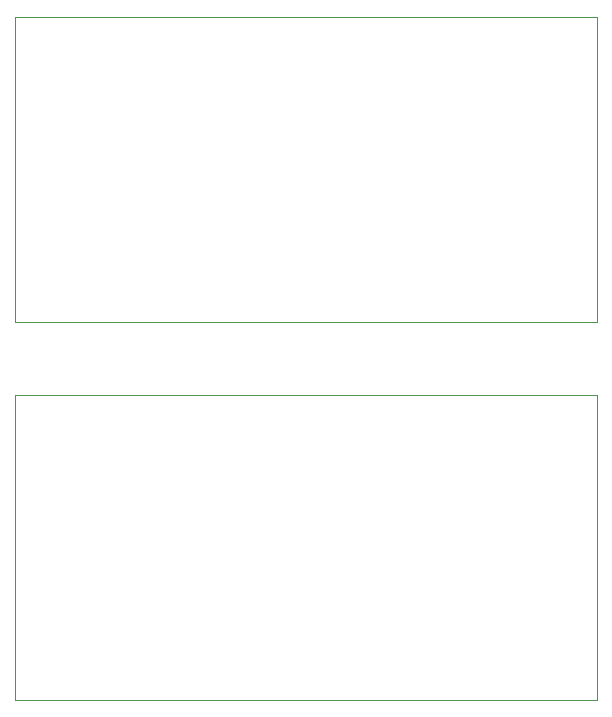
<source format=gbr>
%TF.GenerationSoftware,KiCad,Pcbnew,(5.1.6)-1*%
%TF.CreationDate,2022-05-19T12:24:48-04:00*%
%TF.ProjectId,sensor_v1,73656e73-6f72-45f7-9631-2e6b69636164,rev?*%
%TF.SameCoordinates,Original*%
%TF.FileFunction,Profile,NP*%
%FSLAX46Y46*%
G04 Gerber Fmt 4.6, Leading zero omitted, Abs format (unit mm)*
G04 Created by KiCad (PCBNEW (5.1.6)-1) date 2022-05-19 12:24:48*
%MOMM*%
%LPD*%
G01*
G04 APERTURE LIST*
%TA.AperFunction,Profile*%
%ADD10C,0.050000*%
%TD*%
G04 APERTURE END LIST*
D10*
X143002000Y-64135000D02*
X143002000Y-38354000D01*
X93726000Y-64135000D02*
X143002000Y-64135000D01*
X93726000Y-38354000D02*
X93726000Y-64135000D01*
X143002000Y-38354000D02*
X93726000Y-38354000D01*
X143002000Y-70358000D02*
X93726000Y-70358000D01*
X143002000Y-96139000D02*
X143002000Y-70358000D01*
X93726000Y-96139000D02*
X143002000Y-96139000D01*
X93726000Y-70358000D02*
X93726000Y-96139000D01*
M02*

</source>
